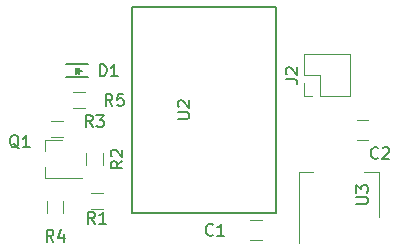
<source format=gto>
G04 #@! TF.GenerationSoftware,KiCad,Pcbnew,no-vcs-found-885a4c1~58~ubuntu16.04.1*
G04 #@! TF.CreationDate,2017-07-09T23:46:33+02:00*
G04 #@! TF.ProjectId,esp03_ledbar,65737030335F6C65646261722E6B6963,rev?*
G04 #@! TF.SameCoordinates,Original
G04 #@! TF.FileFunction,Legend,Top*
G04 #@! TF.FilePolarity,Positive*
%FSLAX46Y46*%
G04 Gerber Fmt 4.6, Leading zero omitted, Abs format (unit mm)*
G04 Created by KiCad (PCBNEW no-vcs-found-885a4c1~58~ubuntu16.04.1) date Sun Jul  9 23:46:33 2017*
%MOMM*%
%LPD*%
G01*
G04 APERTURE LIST*
%ADD10C,0.120000*%
%ADD11C,0.150000*%
G04 APERTURE END LIST*
D10*
X158000000Y-121150000D02*
X157000000Y-121150000D01*
X157000000Y-122850000D02*
X158000000Y-122850000D01*
X149000000Y-129650000D02*
X148000000Y-129650000D01*
X148000000Y-131350000D02*
X149000000Y-131350000D01*
X130597500Y-122880000D02*
X130597500Y-123810000D01*
X130597500Y-126040000D02*
X130597500Y-125110000D01*
X130597500Y-126040000D02*
X133757500Y-126040000D01*
X130597500Y-122880000D02*
X132057500Y-122880000D01*
X133000000Y-118820000D02*
X134000000Y-118820000D01*
X134000000Y-120180000D02*
X133000000Y-120180000D01*
X135500000Y-128680000D02*
X134500000Y-128680000D01*
X134500000Y-127320000D02*
X135500000Y-127320000D01*
X135490000Y-123960000D02*
X135490000Y-124960000D01*
X134130000Y-124960000D02*
X134130000Y-123960000D01*
X131135000Y-121240000D02*
X132135000Y-121240000D01*
X132135000Y-122600000D02*
X131135000Y-122600000D01*
X132180000Y-128000000D02*
X132180000Y-129000000D01*
X130820000Y-129000000D02*
X130820000Y-128000000D01*
X152535000Y-119130000D02*
X152535000Y-118000000D01*
X153230000Y-119130000D02*
X152535000Y-119130000D01*
X153865000Y-117365000D02*
X153865000Y-119130000D01*
X152535000Y-117365000D02*
X153865000Y-117365000D01*
X152535000Y-115600000D02*
X152535000Y-117365000D01*
X156465000Y-115600000D02*
X152535000Y-115600000D01*
X156465000Y-119130000D02*
X156465000Y-115600000D01*
X153865000Y-119130000D02*
X156465000Y-119130000D01*
D11*
X133500000Y-117250000D02*
X133250000Y-117000000D01*
X133500000Y-116750000D02*
X133500000Y-117250000D01*
X133250000Y-117000000D02*
X133500000Y-116750000D01*
X133250000Y-116750000D02*
X133250000Y-117250000D01*
X133300000Y-117000000D02*
X133750000Y-117000000D01*
X132400000Y-116450000D02*
X134300000Y-116450000D01*
X132400000Y-117550000D02*
X134300000Y-117550000D01*
X138000000Y-129000000D02*
X138000000Y-111600000D01*
X138000000Y-111600000D02*
X150200000Y-111600000D01*
X150200000Y-111600000D02*
X150200000Y-129000000D01*
X150200000Y-129000000D02*
X138000000Y-129000000D01*
D10*
X152090000Y-131600000D02*
X152090000Y-125590000D01*
X158910000Y-129350000D02*
X158910000Y-125590000D01*
X152090000Y-125590000D02*
X153350000Y-125590000D01*
X158910000Y-125590000D02*
X157650000Y-125590000D01*
D11*
X158833333Y-124357142D02*
X158785714Y-124404761D01*
X158642857Y-124452380D01*
X158547619Y-124452380D01*
X158404761Y-124404761D01*
X158309523Y-124309523D01*
X158261904Y-124214285D01*
X158214285Y-124023809D01*
X158214285Y-123880952D01*
X158261904Y-123690476D01*
X158309523Y-123595238D01*
X158404761Y-123500000D01*
X158547619Y-123452380D01*
X158642857Y-123452380D01*
X158785714Y-123500000D01*
X158833333Y-123547619D01*
X159214285Y-123547619D02*
X159261904Y-123500000D01*
X159357142Y-123452380D01*
X159595238Y-123452380D01*
X159690476Y-123500000D01*
X159738095Y-123547619D01*
X159785714Y-123642857D01*
X159785714Y-123738095D01*
X159738095Y-123880952D01*
X159166666Y-124452380D01*
X159785714Y-124452380D01*
X144833333Y-130857142D02*
X144785714Y-130904761D01*
X144642857Y-130952380D01*
X144547619Y-130952380D01*
X144404761Y-130904761D01*
X144309523Y-130809523D01*
X144261904Y-130714285D01*
X144214285Y-130523809D01*
X144214285Y-130380952D01*
X144261904Y-130190476D01*
X144309523Y-130095238D01*
X144404761Y-130000000D01*
X144547619Y-129952380D01*
X144642857Y-129952380D01*
X144785714Y-130000000D01*
X144833333Y-130047619D01*
X145785714Y-130952380D02*
X145214285Y-130952380D01*
X145500000Y-130952380D02*
X145500000Y-129952380D01*
X145404761Y-130095238D01*
X145309523Y-130190476D01*
X145214285Y-130238095D01*
X128404761Y-123547619D02*
X128309523Y-123500000D01*
X128214285Y-123404761D01*
X128071428Y-123261904D01*
X127976190Y-123214285D01*
X127880952Y-123214285D01*
X127928571Y-123452380D02*
X127833333Y-123404761D01*
X127738095Y-123309523D01*
X127690476Y-123119047D01*
X127690476Y-122785714D01*
X127738095Y-122595238D01*
X127833333Y-122500000D01*
X127928571Y-122452380D01*
X128119047Y-122452380D01*
X128214285Y-122500000D01*
X128309523Y-122595238D01*
X128357142Y-122785714D01*
X128357142Y-123119047D01*
X128309523Y-123309523D01*
X128214285Y-123404761D01*
X128119047Y-123452380D01*
X127928571Y-123452380D01*
X129309523Y-123452380D02*
X128738095Y-123452380D01*
X129023809Y-123452380D02*
X129023809Y-122452380D01*
X128928571Y-122595238D01*
X128833333Y-122690476D01*
X128738095Y-122738095D01*
X136333333Y-119952380D02*
X136000000Y-119476190D01*
X135761904Y-119952380D02*
X135761904Y-118952380D01*
X136142857Y-118952380D01*
X136238095Y-119000000D01*
X136285714Y-119047619D01*
X136333333Y-119142857D01*
X136333333Y-119285714D01*
X136285714Y-119380952D01*
X136238095Y-119428571D01*
X136142857Y-119476190D01*
X135761904Y-119476190D01*
X137238095Y-118952380D02*
X136761904Y-118952380D01*
X136714285Y-119428571D01*
X136761904Y-119380952D01*
X136857142Y-119333333D01*
X137095238Y-119333333D01*
X137190476Y-119380952D01*
X137238095Y-119428571D01*
X137285714Y-119523809D01*
X137285714Y-119761904D01*
X137238095Y-119857142D01*
X137190476Y-119904761D01*
X137095238Y-119952380D01*
X136857142Y-119952380D01*
X136761904Y-119904761D01*
X136714285Y-119857142D01*
X134833333Y-129952380D02*
X134500000Y-129476190D01*
X134261904Y-129952380D02*
X134261904Y-128952380D01*
X134642857Y-128952380D01*
X134738095Y-129000000D01*
X134785714Y-129047619D01*
X134833333Y-129142857D01*
X134833333Y-129285714D01*
X134785714Y-129380952D01*
X134738095Y-129428571D01*
X134642857Y-129476190D01*
X134261904Y-129476190D01*
X135785714Y-129952380D02*
X135214285Y-129952380D01*
X135500000Y-129952380D02*
X135500000Y-128952380D01*
X135404761Y-129095238D01*
X135309523Y-129190476D01*
X135214285Y-129238095D01*
X137167380Y-124626666D02*
X136691190Y-124960000D01*
X137167380Y-125198095D02*
X136167380Y-125198095D01*
X136167380Y-124817142D01*
X136215000Y-124721904D01*
X136262619Y-124674285D01*
X136357857Y-124626666D01*
X136500714Y-124626666D01*
X136595952Y-124674285D01*
X136643571Y-124721904D01*
X136691190Y-124817142D01*
X136691190Y-125198095D01*
X136262619Y-124245714D02*
X136215000Y-124198095D01*
X136167380Y-124102857D01*
X136167380Y-123864761D01*
X136215000Y-123769523D01*
X136262619Y-123721904D01*
X136357857Y-123674285D01*
X136453095Y-123674285D01*
X136595952Y-123721904D01*
X137167380Y-124293333D01*
X137167380Y-123674285D01*
X134643333Y-121737380D02*
X134310000Y-121261190D01*
X134071904Y-121737380D02*
X134071904Y-120737380D01*
X134452857Y-120737380D01*
X134548095Y-120785000D01*
X134595714Y-120832619D01*
X134643333Y-120927857D01*
X134643333Y-121070714D01*
X134595714Y-121165952D01*
X134548095Y-121213571D01*
X134452857Y-121261190D01*
X134071904Y-121261190D01*
X134976666Y-120737380D02*
X135595714Y-120737380D01*
X135262380Y-121118333D01*
X135405238Y-121118333D01*
X135500476Y-121165952D01*
X135548095Y-121213571D01*
X135595714Y-121308809D01*
X135595714Y-121546904D01*
X135548095Y-121642142D01*
X135500476Y-121689761D01*
X135405238Y-121737380D01*
X135119523Y-121737380D01*
X135024285Y-121689761D01*
X134976666Y-121642142D01*
X131333333Y-131452380D02*
X131000000Y-130976190D01*
X130761904Y-131452380D02*
X130761904Y-130452380D01*
X131142857Y-130452380D01*
X131238095Y-130500000D01*
X131285714Y-130547619D01*
X131333333Y-130642857D01*
X131333333Y-130785714D01*
X131285714Y-130880952D01*
X131238095Y-130928571D01*
X131142857Y-130976190D01*
X130761904Y-130976190D01*
X132190476Y-130785714D02*
X132190476Y-131452380D01*
X131952380Y-130404761D02*
X131714285Y-131119047D01*
X132333333Y-131119047D01*
X150987380Y-117698333D02*
X151701666Y-117698333D01*
X151844523Y-117745952D01*
X151939761Y-117841190D01*
X151987380Y-117984047D01*
X151987380Y-118079285D01*
X151082619Y-117269761D02*
X151035000Y-117222142D01*
X150987380Y-117126904D01*
X150987380Y-116888809D01*
X151035000Y-116793571D01*
X151082619Y-116745952D01*
X151177857Y-116698333D01*
X151273095Y-116698333D01*
X151415952Y-116745952D01*
X151987380Y-117317380D01*
X151987380Y-116698333D01*
X135261904Y-117452380D02*
X135261904Y-116452380D01*
X135500000Y-116452380D01*
X135642857Y-116500000D01*
X135738095Y-116595238D01*
X135785714Y-116690476D01*
X135833333Y-116880952D01*
X135833333Y-117023809D01*
X135785714Y-117214285D01*
X135738095Y-117309523D01*
X135642857Y-117404761D01*
X135500000Y-117452380D01*
X135261904Y-117452380D01*
X136785714Y-117452380D02*
X136214285Y-117452380D01*
X136500000Y-117452380D02*
X136500000Y-116452380D01*
X136404761Y-116595238D01*
X136309523Y-116690476D01*
X136214285Y-116738095D01*
X141852380Y-121061904D02*
X142661904Y-121061904D01*
X142757142Y-121014285D01*
X142804761Y-120966666D01*
X142852380Y-120871428D01*
X142852380Y-120680952D01*
X142804761Y-120585714D01*
X142757142Y-120538095D01*
X142661904Y-120490476D01*
X141852380Y-120490476D01*
X141947619Y-120061904D02*
X141900000Y-120014285D01*
X141852380Y-119919047D01*
X141852380Y-119680952D01*
X141900000Y-119585714D01*
X141947619Y-119538095D01*
X142042857Y-119490476D01*
X142138095Y-119490476D01*
X142280952Y-119538095D01*
X142852380Y-120109523D01*
X142852380Y-119490476D01*
X156952380Y-128261904D02*
X157761904Y-128261904D01*
X157857142Y-128214285D01*
X157904761Y-128166666D01*
X157952380Y-128071428D01*
X157952380Y-127880952D01*
X157904761Y-127785714D01*
X157857142Y-127738095D01*
X157761904Y-127690476D01*
X156952380Y-127690476D01*
X156952380Y-127309523D02*
X156952380Y-126690476D01*
X157333333Y-127023809D01*
X157333333Y-126880952D01*
X157380952Y-126785714D01*
X157428571Y-126738095D01*
X157523809Y-126690476D01*
X157761904Y-126690476D01*
X157857142Y-126738095D01*
X157904761Y-126785714D01*
X157952380Y-126880952D01*
X157952380Y-127166666D01*
X157904761Y-127261904D01*
X157857142Y-127309523D01*
M02*

</source>
